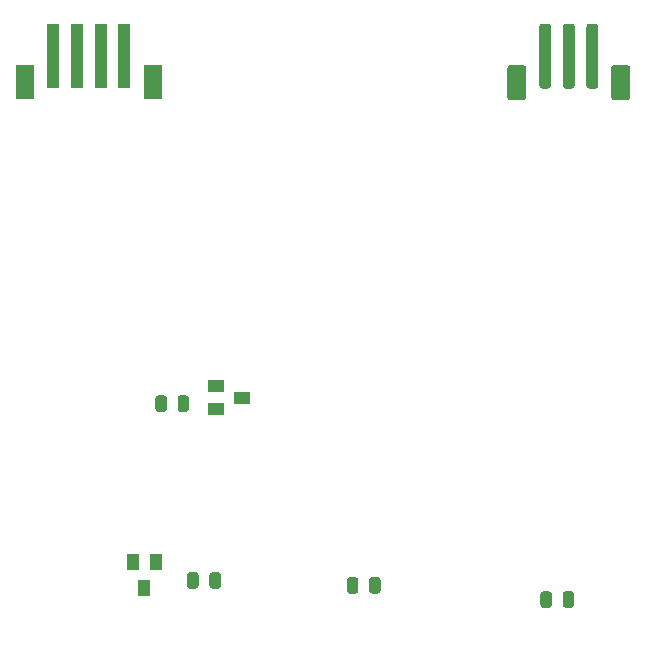
<source format=gbr>
G04 #@! TF.GenerationSoftware,KiCad,Pcbnew,(5.1.6-0-10_14)*
G04 #@! TF.CreationDate,2020-08-18T13:46:32-04:00*
G04 #@! TF.ProjectId,Pufferfish-Interface-2,50756666-6572-4666-9973-682d496e7465,rev?*
G04 #@! TF.SameCoordinates,Original*
G04 #@! TF.FileFunction,Paste,Bot*
G04 #@! TF.FilePolarity,Positive*
%FSLAX46Y46*%
G04 Gerber Fmt 4.6, Leading zero omitted, Abs format (unit mm)*
G04 Created by KiCad (PCBNEW (5.1.6-0-10_14)) date 2020-08-18 13:46:32*
%MOMM*%
%LPD*%
G01*
G04 APERTURE LIST*
%ADD10R,1.400000X1.000000*%
%ADD11R,1.000000X1.400000*%
%ADD12R,1.600000X3.000000*%
%ADD13R,1.000000X5.500000*%
G04 APERTURE END LIST*
D10*
X20376060Y-33258760D03*
X18176060Y-32308760D03*
X18176060Y-34208760D03*
D11*
X12070120Y-49355100D03*
X13020120Y-47155100D03*
X11120120Y-47155100D03*
G36*
G01*
X13987600Y-33307970D02*
X13987600Y-34220470D01*
G75*
G02*
X13743850Y-34464220I-243750J0D01*
G01*
X13256350Y-34464220D01*
G75*
G02*
X13012600Y-34220470I0J243750D01*
G01*
X13012600Y-33307970D01*
G75*
G02*
X13256350Y-33064220I243750J0D01*
G01*
X13743850Y-33064220D01*
G75*
G02*
X13987600Y-33307970I0J-243750D01*
G01*
G37*
G36*
G01*
X15862600Y-33307970D02*
X15862600Y-34220470D01*
G75*
G02*
X15618850Y-34464220I-243750J0D01*
G01*
X15131350Y-34464220D01*
G75*
G02*
X14887600Y-34220470I0J243750D01*
G01*
X14887600Y-33307970D01*
G75*
G02*
X15131350Y-33064220I243750J0D01*
G01*
X15618850Y-33064220D01*
G75*
G02*
X15862600Y-33307970I0J-243750D01*
G01*
G37*
G36*
G01*
X17574680Y-49191230D02*
X17574680Y-48278730D01*
G75*
G02*
X17818430Y-48034980I243750J0D01*
G01*
X18305930Y-48034980D01*
G75*
G02*
X18549680Y-48278730I0J-243750D01*
G01*
X18549680Y-49191230D01*
G75*
G02*
X18305930Y-49434980I-243750J0D01*
G01*
X17818430Y-49434980D01*
G75*
G02*
X17574680Y-49191230I0J243750D01*
G01*
G37*
G36*
G01*
X15699680Y-49191230D02*
X15699680Y-48278730D01*
G75*
G02*
X15943430Y-48034980I243750J0D01*
G01*
X16430930Y-48034980D01*
G75*
G02*
X16674680Y-48278730I0J-243750D01*
G01*
X16674680Y-49191230D01*
G75*
G02*
X16430930Y-49434980I-243750J0D01*
G01*
X15943430Y-49434980D01*
G75*
G02*
X15699680Y-49191230I0J243750D01*
G01*
G37*
G36*
G01*
X49506000Y-6842000D02*
X49506000Y-1842000D01*
G75*
G02*
X49756000Y-1592000I250000J0D01*
G01*
X50256000Y-1592000D01*
G75*
G02*
X50506000Y-1842000I0J-250000D01*
G01*
X50506000Y-6842000D01*
G75*
G02*
X50256000Y-7092000I-250000J0D01*
G01*
X49756000Y-7092000D01*
G75*
G02*
X49506000Y-6842000I0J250000D01*
G01*
G37*
G36*
G01*
X45506000Y-6842000D02*
X45506000Y-1842000D01*
G75*
G02*
X45756000Y-1592000I250000J0D01*
G01*
X46256000Y-1592000D01*
G75*
G02*
X46506000Y-1842000I0J-250000D01*
G01*
X46506000Y-6842000D01*
G75*
G02*
X46256000Y-7092000I-250000J0D01*
G01*
X45756000Y-7092000D01*
G75*
G02*
X45506000Y-6842000I0J250000D01*
G01*
G37*
G36*
G01*
X47506000Y-6842000D02*
X47506000Y-1842000D01*
G75*
G02*
X47756000Y-1592000I250000J0D01*
G01*
X48256000Y-1592000D01*
G75*
G02*
X48506000Y-1842000I0J-250000D01*
G01*
X48506000Y-6842000D01*
G75*
G02*
X48256000Y-7092000I-250000J0D01*
G01*
X47756000Y-7092000D01*
G75*
G02*
X47506000Y-6842000I0J250000D01*
G01*
G37*
G36*
G01*
X42806000Y-7842400D02*
X42806000Y-5341600D01*
G75*
G02*
X43055600Y-5092000I249600J0D01*
G01*
X44156400Y-5092000D01*
G75*
G02*
X44406000Y-5341600I0J-249600D01*
G01*
X44406000Y-7842400D01*
G75*
G02*
X44156400Y-8092000I-249600J0D01*
G01*
X43055600Y-8092000D01*
G75*
G02*
X42806000Y-7842400I0J249600D01*
G01*
G37*
G36*
G01*
X51606000Y-7842400D02*
X51606000Y-5341600D01*
G75*
G02*
X51855600Y-5092000I249600J0D01*
G01*
X52956400Y-5092000D01*
G75*
G02*
X53206000Y-5341600I0J-249600D01*
G01*
X53206000Y-7842400D01*
G75*
G02*
X52956400Y-8092000I-249600J0D01*
G01*
X51855600Y-8092000D01*
G75*
G02*
X51606000Y-7842400I0J249600D01*
G01*
G37*
D12*
X12766000Y-6568000D03*
X1966000Y-6568000D03*
D13*
X10366000Y-4318000D03*
X4366000Y-4318000D03*
X8366000Y-4318000D03*
X6366000Y-4318000D03*
G36*
G01*
X30202720Y-48695290D02*
X30202720Y-49607790D01*
G75*
G02*
X29958970Y-49851540I-243750J0D01*
G01*
X29471470Y-49851540D01*
G75*
G02*
X29227720Y-49607790I0J243750D01*
G01*
X29227720Y-48695290D01*
G75*
G02*
X29471470Y-48451540I243750J0D01*
G01*
X29958970Y-48451540D01*
G75*
G02*
X30202720Y-48695290I0J-243750D01*
G01*
G37*
G36*
G01*
X32077720Y-48695290D02*
X32077720Y-49607790D01*
G75*
G02*
X31833970Y-49851540I-243750J0D01*
G01*
X31346470Y-49851540D01*
G75*
G02*
X31102720Y-49607790I0J243750D01*
G01*
X31102720Y-48695290D01*
G75*
G02*
X31346470Y-48451540I243750J0D01*
G01*
X31833970Y-48451540D01*
G75*
G02*
X32077720Y-48695290I0J-243750D01*
G01*
G37*
G36*
G01*
X46582940Y-49899250D02*
X46582940Y-50811750D01*
G75*
G02*
X46339190Y-51055500I-243750J0D01*
G01*
X45851690Y-51055500D01*
G75*
G02*
X45607940Y-50811750I0J243750D01*
G01*
X45607940Y-49899250D01*
G75*
G02*
X45851690Y-49655500I243750J0D01*
G01*
X46339190Y-49655500D01*
G75*
G02*
X46582940Y-49899250I0J-243750D01*
G01*
G37*
G36*
G01*
X48457940Y-49899250D02*
X48457940Y-50811750D01*
G75*
G02*
X48214190Y-51055500I-243750J0D01*
G01*
X47726690Y-51055500D01*
G75*
G02*
X47482940Y-50811750I0J243750D01*
G01*
X47482940Y-49899250D01*
G75*
G02*
X47726690Y-49655500I243750J0D01*
G01*
X48214190Y-49655500D01*
G75*
G02*
X48457940Y-49899250I0J-243750D01*
G01*
G37*
M02*

</source>
